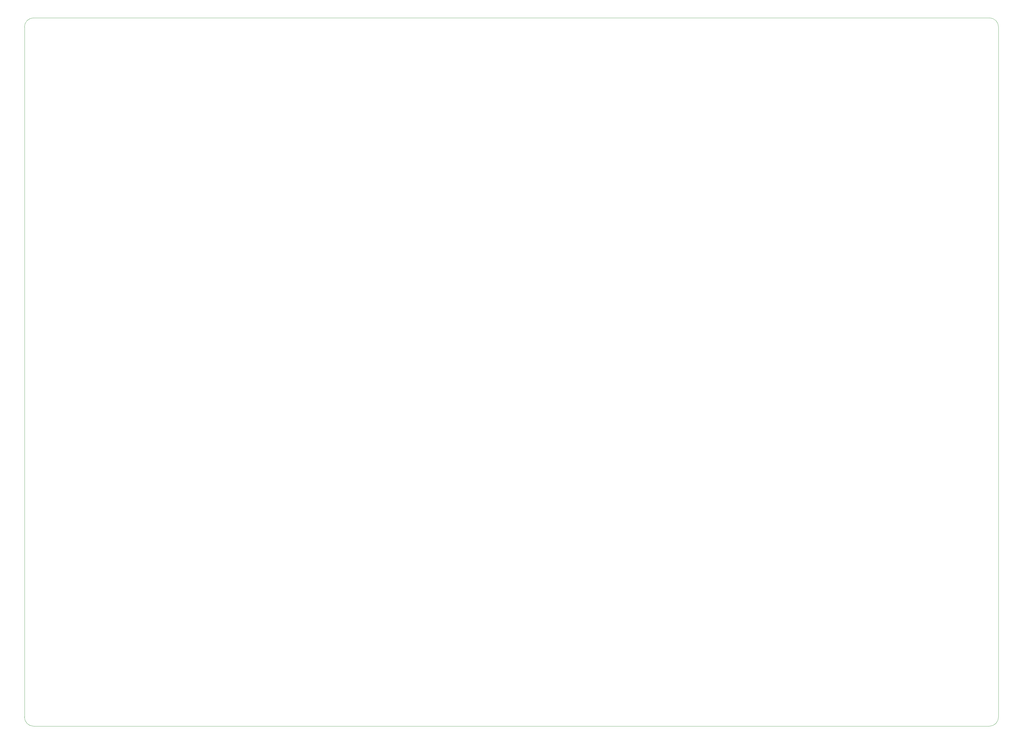
<source format=gbr>
%TF.GenerationSoftware,KiCad,Pcbnew,8.0.1*%
%TF.CreationDate,2024-04-17T10:04:04-05:00*%
%TF.ProjectId,Kristerj,4b726973-7465-4726-9a2e-6b696361645f,rev?*%
%TF.SameCoordinates,Original*%
%TF.FileFunction,Profile,NP*%
%FSLAX46Y46*%
G04 Gerber Fmt 4.6, Leading zero omitted, Abs format (unit mm)*
G04 Created by KiCad (PCBNEW 8.0.1) date 2024-04-17 10:04:04*
%MOMM*%
%LPD*%
G01*
G04 APERTURE LIST*
%TA.AperFunction,Profile*%
%ADD10C,0.050000*%
%TD*%
G04 APERTURE END LIST*
D10*
X452500000Y-83700000D02*
X139500000Y-83700000D01*
X136500000Y-86700000D02*
G75*
G02*
X139500000Y-83700000I3000000J0D01*
G01*
X136500000Y-86700000D02*
X136500000Y-312700000D01*
X455500000Y-312700000D02*
X455500000Y-86700000D01*
X139500000Y-315700000D02*
X452500000Y-315700000D01*
X455500000Y-312700000D02*
G75*
G02*
X452500000Y-315700000I-3000000J0D01*
G01*
X452500000Y-83700000D02*
G75*
G02*
X455500000Y-86700000I0J-3000000D01*
G01*
X139500000Y-315700000D02*
G75*
G02*
X136500000Y-312700000I0J3000000D01*
G01*
M02*

</source>
